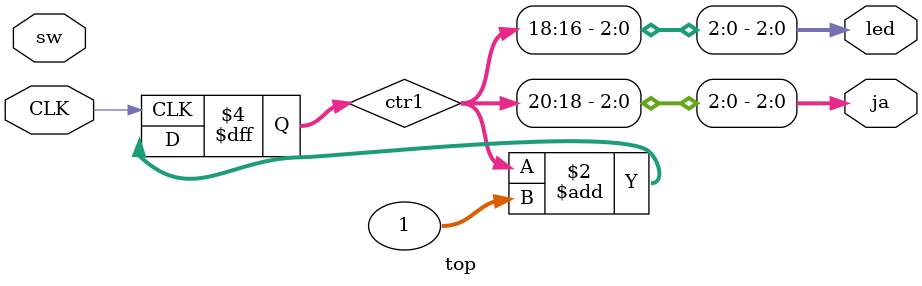
<source format=v>
`timescale 1ns / 1ps


module top(
    input wire CLK,
    output wire [3:0] led,
    input wire [3:0] sw,
    output wire [7:0] ja
    
    );

reg [31:0] ctr1 = 32'b0;

assign led[0] = ctr1[16];
assign led[1] = ctr1[17];
assign led[2] = ctr1[18];
assign ja[0] = ctr1[18];
assign ja[1] = ctr1[19];
assign ja[2] = ctr1[20];

always @ (posedge CLK) begin
  ctr1 <= ctr1 + 1;
  end

endmodule

</source>
